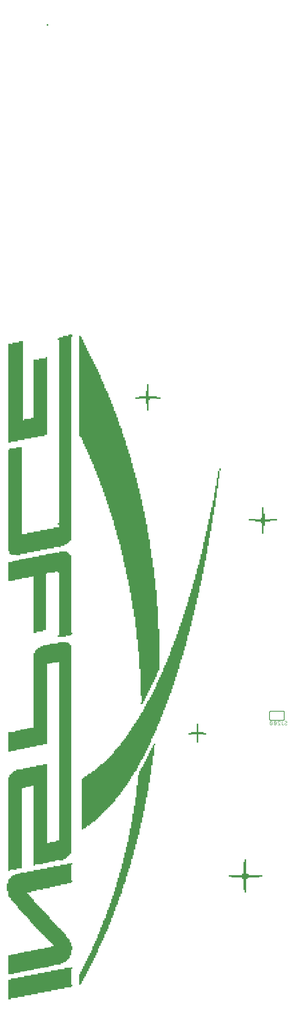
<source format=gbr>
G04 EAGLE Gerber X2 export*
G75*
%MOMM*%
%FSLAX34Y34*%
%LPD*%
%AMOC8*
5,1,8,0,0,1.08239X$1,22.5*%
G01*
%ADD10R,0.300000X1.800000*%
%ADD11R,0.300000X4.500000*%
%ADD12R,0.300000X4.200000*%
%ADD13R,0.300000X3.900000*%
%ADD14R,0.300000X21.000000*%
%ADD15R,0.300000X22.800000*%
%ADD16R,0.300000X22.200000*%
%ADD17R,0.300000X21.300000*%
%ADD18R,0.300000X23.700000*%
%ADD19R,0.300000X5.400000*%
%ADD20R,0.300000X21.600000*%
%ADD21R,0.300000X24.000000*%
%ADD22R,0.300000X21.900000*%
%ADD23R,0.300000X6.000000*%
%ADD24R,0.300000X6.300000*%
%ADD25R,0.300000X6.900000*%
%ADD26R,0.300000X7.200000*%
%ADD27R,0.300000X24.300000*%
%ADD28R,0.300000X7.800000*%
%ADD29R,0.300000X8.100000*%
%ADD30R,0.300000X8.700000*%
%ADD31R,0.300000X9.000000*%
%ADD32R,0.300000X9.300000*%
%ADD33R,0.300000X9.600000*%
%ADD34R,0.300000X9.900000*%
%ADD35R,0.300000X4.800000*%
%ADD36R,0.300000X5.700000*%
%ADD37R,0.300000X17.100000*%
%ADD38R,0.300000X17.400000*%
%ADD39R,0.300000X16.800000*%
%ADD40R,0.300000X5.100000*%
%ADD41R,0.300000X8.400000*%
%ADD42R,0.300000X0.300000*%
%ADD43R,0.300000X48.900000*%
%ADD44R,0.300000X19.200000*%
%ADD45R,0.300000X47.100000*%
%ADD46R,0.300000X7.500000*%
%ADD47R,0.300000X46.800000*%
%ADD48R,0.300000X6.600000*%
%ADD49R,0.300000X48.600000*%
%ADD50R,0.300000X48.300000*%
%ADD51R,0.300000X18.900000*%
%ADD52R,0.300000X48.000000*%
%ADD53R,0.300000X18.600000*%
%ADD54R,0.300000X46.500000*%
%ADD55R,0.300000X47.400000*%
%ADD56R,0.300000X18.300000*%
%ADD57R,0.300000X3.000000*%
%ADD58R,0.300000X18.000000*%
%ADD59R,0.300000X46.200000*%
%ADD60R,0.300000X0.900000*%
%ADD61R,0.300000X0.600000*%
%ADD62R,0.300000X2.400000*%
%ADD63R,0.300000X22.500000*%
%ADD64R,0.300000X2.700000*%
%ADD65R,0.300000X11.400000*%
%ADD66R,0.300000X11.700000*%
%ADD67R,0.300000X23.100000*%
%ADD68R,0.300000X3.300000*%
%ADD69R,0.300000X23.400000*%
%ADD70R,0.300000X3.600000*%
%ADD71R,0.300000X11.100000*%
%ADD72R,0.300000X24.600000*%
%ADD73R,0.300000X24.900000*%
%ADD74R,0.300000X25.200000*%
%ADD75R,0.300000X25.500000*%
%ADD76R,0.300000X25.800000*%
%ADD77R,0.300000X26.100000*%
%ADD78R,0.300000X26.400000*%
%ADD79R,0.300000X26.700000*%
%ADD80R,0.300000X27.300000*%
%ADD81R,0.300000X10.800000*%
%ADD82R,0.300000X27.900000*%
%ADD83R,0.300000X28.500000*%
%ADD84R,0.300000X28.800000*%
%ADD85R,0.300000X29.100000*%
%ADD86R,0.300000X29.700000*%
%ADD87R,0.300000X30.300000*%
%ADD88R,0.300000X30.900000*%
%ADD89R,0.300000X31.500000*%
%ADD90R,0.300000X32.400000*%
%ADD91R,0.300000X10.500000*%
%ADD92R,0.300000X33.600000*%
%ADD93R,0.300000X12.000000*%
%ADD94R,0.300000X35.100000*%
%ADD95R,0.300000X13.500000*%
%ADD96R,0.300000X36.600000*%
%ADD97R,0.300000X12.900000*%
%ADD98R,0.300000X39.300000*%
%ADD99R,0.300000X12.300000*%
%ADD100R,0.300000X44.100000*%
%ADD101R,0.300000X44.400000*%
%ADD102R,0.300000X42.600000*%
%ADD103R,0.300000X40.500000*%
%ADD104R,0.300000X38.400000*%
%ADD105R,0.300000X36.000000*%
%ADD106R,0.300000X10.200000*%
%ADD107R,0.300000X33.900000*%
%ADD108R,0.300000X31.200000*%
%ADD109R,0.300000X19.500000*%
%ADD110R,0.300000X15.000000*%
%ADD111R,0.300000X1.200000*%
%ADD112C,0.152400*%
%ADD113C,0.101600*%
%ADD114R,0.400000X0.400000*%


D10*
X81000Y352500D03*
D11*
X84000Y123000D03*
D12*
X84000Y178500D03*
D13*
X84000Y351000D03*
D14*
X84000Y493500D03*
D11*
X84000Y678000D03*
D12*
X84000Y1060500D03*
D15*
X84000Y1219500D03*
D16*
X84000Y1459500D03*
D11*
X87000Y123000D03*
D12*
X87000Y178500D03*
D11*
X87000Y351000D03*
D17*
X87000Y498000D03*
D11*
X87000Y678000D03*
D12*
X87000Y1060500D03*
D18*
X87000Y1218000D03*
D16*
X87000Y1459500D03*
D11*
X90000Y126000D03*
X90000Y180000D03*
D19*
X90000Y349500D03*
D20*
X90000Y499500D03*
D12*
X90000Y679500D03*
X90000Y1060500D03*
D21*
X90000Y1216500D03*
D22*
X90000Y1461000D03*
D11*
X93000Y126000D03*
X93000Y180000D03*
D23*
X93000Y349500D03*
D22*
X93000Y501000D03*
D12*
X93000Y679500D03*
D11*
X93000Y1062000D03*
D21*
X93000Y1216500D03*
D16*
X93000Y1462500D03*
D11*
X96000Y126000D03*
D12*
X96000Y181500D03*
D24*
X96000Y348000D03*
D16*
X96000Y502500D03*
D12*
X96000Y679500D03*
D11*
X96000Y1062000D03*
D21*
X96000Y1216500D03*
D16*
X96000Y1462500D03*
D11*
X99000Y126000D03*
D12*
X99000Y181500D03*
D25*
X99000Y348000D03*
D16*
X99000Y502500D03*
D11*
X99000Y681000D03*
D12*
X99000Y1063500D03*
D21*
X99000Y1216500D03*
D16*
X99000Y1462500D03*
D11*
X102000Y126000D03*
D12*
X102000Y181500D03*
D26*
X102000Y346500D03*
D16*
X102000Y505500D03*
D12*
X102000Y682500D03*
X102000Y1063500D03*
D27*
X102000Y1218000D03*
D16*
X102000Y1462500D03*
D11*
X105000Y129000D03*
X105000Y183000D03*
D28*
X105000Y343500D03*
D16*
X105000Y505500D03*
D12*
X105000Y682500D03*
X105000Y1063500D03*
D27*
X105000Y1218000D03*
D22*
X105000Y1464000D03*
D11*
X108000Y129000D03*
X108000Y183000D03*
D29*
X108000Y342000D03*
D16*
X108000Y505500D03*
D12*
X108000Y682500D03*
D11*
X108000Y1065000D03*
D27*
X108000Y1218000D03*
D16*
X108000Y1465500D03*
D11*
X111000Y129000D03*
D12*
X111000Y184500D03*
D30*
X111000Y342000D03*
D16*
X111000Y505500D03*
D11*
X111000Y684000D03*
X111000Y1065000D03*
D21*
X111000Y1219500D03*
D16*
X111000Y1465500D03*
D11*
X114000Y129000D03*
D12*
X114000Y184500D03*
D31*
X114000Y340500D03*
D12*
X114000Y595500D03*
D11*
X114000Y684000D03*
D12*
X114000Y1066500D03*
D11*
X114000Y1122000D03*
D16*
X114000Y1465500D03*
D11*
X117000Y129000D03*
D12*
X117000Y184500D03*
D32*
X117000Y339000D03*
D11*
X117000Y597000D03*
X117000Y684000D03*
D12*
X117000Y1066500D03*
D11*
X117000Y1122000D03*
X117000Y1377000D03*
X120000Y132000D03*
X120000Y186000D03*
D33*
X120000Y337500D03*
D11*
X120000Y597000D03*
D12*
X120000Y685500D03*
X120000Y1066500D03*
D11*
X120000Y1122000D03*
X120000Y1380000D03*
X123000Y132000D03*
X123000Y186000D03*
D34*
X123000Y336000D03*
D12*
X123000Y598500D03*
X123000Y685500D03*
D11*
X123000Y1068000D03*
X123000Y1122000D03*
X123000Y1380000D03*
X126000Y132000D03*
D12*
X126000Y187500D03*
D19*
X126000Y310500D03*
D35*
X126000Y364500D03*
D12*
X126000Y598500D03*
D11*
X126000Y687000D03*
X126000Y1068000D03*
X126000Y1125000D03*
X126000Y1380000D03*
X129000Y132000D03*
D12*
X129000Y187500D03*
D19*
X129000Y307500D03*
D35*
X129000Y364500D03*
D12*
X129000Y598500D03*
D11*
X129000Y687000D03*
D12*
X129000Y1069500D03*
D11*
X129000Y1125000D03*
X129000Y1380000D03*
X132000Y132000D03*
D12*
X132000Y187500D03*
D36*
X132000Y303000D03*
D35*
X132000Y364500D03*
D11*
X132000Y600000D03*
D12*
X132000Y688500D03*
X132000Y1069500D03*
D11*
X132000Y1125000D03*
X132000Y1380000D03*
X135000Y135000D03*
X135000Y189000D03*
D36*
X135000Y300000D03*
D11*
X135000Y366000D03*
D12*
X135000Y601500D03*
X135000Y688500D03*
X135000Y1069500D03*
D11*
X135000Y1125000D03*
X135000Y1383000D03*
X138000Y135000D03*
X138000Y189000D03*
D36*
X138000Y297000D03*
D11*
X138000Y366000D03*
D12*
X138000Y601500D03*
X138000Y688500D03*
D11*
X138000Y1071000D03*
X138000Y1125000D03*
X138000Y1383000D03*
X141000Y135000D03*
D12*
X141000Y190500D03*
D19*
X141000Y292500D03*
D35*
X141000Y367500D03*
D16*
X141000Y511500D03*
D14*
X141000Y772500D03*
D37*
X141000Y1008000D03*
D11*
X141000Y1128000D03*
D38*
X141000Y1447500D03*
D11*
X144000Y135000D03*
D12*
X144000Y190500D03*
D19*
X144000Y289500D03*
D35*
X144000Y367500D03*
D22*
X144000Y513000D03*
D20*
X144000Y775500D03*
D37*
X144000Y1008000D03*
D11*
X144000Y1128000D03*
D38*
X144000Y1447500D03*
D11*
X147000Y135000D03*
D12*
X147000Y190500D03*
D19*
X147000Y286500D03*
D11*
X147000Y369000D03*
D16*
X147000Y514500D03*
D20*
X147000Y778500D03*
D39*
X147000Y1009500D03*
D11*
X147000Y1128000D03*
D38*
X147000Y1447500D03*
D11*
X150000Y138000D03*
X150000Y192000D03*
D19*
X150000Y283500D03*
D11*
X150000Y369000D03*
D16*
X150000Y514500D03*
D22*
X150000Y780000D03*
D39*
X150000Y1009500D03*
D11*
X150000Y1128000D03*
D37*
X150000Y1449000D03*
D11*
X153000Y138000D03*
X153000Y192000D03*
D19*
X153000Y280500D03*
D11*
X153000Y369000D03*
D16*
X153000Y514500D03*
D22*
X153000Y780000D03*
D37*
X153000Y1011000D03*
D11*
X153000Y1128000D03*
D38*
X153000Y1450500D03*
D11*
X156000Y138000D03*
D12*
X156000Y193500D03*
D19*
X156000Y277500D03*
D35*
X156000Y370500D03*
D16*
X156000Y514500D03*
X156000Y781500D03*
D37*
X156000Y1011000D03*
D11*
X156000Y1131000D03*
D38*
X156000Y1450500D03*
D11*
X159000Y138000D03*
D12*
X159000Y193500D03*
D19*
X159000Y274500D03*
D35*
X159000Y370500D03*
D16*
X159000Y514500D03*
X159000Y781500D03*
D37*
X159000Y1011000D03*
D11*
X159000Y1131000D03*
D38*
X159000Y1450500D03*
D11*
X162000Y138000D03*
D12*
X162000Y193500D03*
D19*
X162000Y271500D03*
D11*
X162000Y372000D03*
D16*
X162000Y517500D03*
X162000Y784500D03*
D39*
X162000Y1012500D03*
D11*
X162000Y1131000D03*
D38*
X162000Y1450500D03*
D11*
X165000Y141000D03*
X165000Y195000D03*
D19*
X165000Y268500D03*
D11*
X165000Y372000D03*
D16*
X165000Y517500D03*
X165000Y784500D03*
D39*
X165000Y1012500D03*
D11*
X165000Y1131000D03*
D37*
X165000Y1452000D03*
D11*
X168000Y141000D03*
X168000Y195000D03*
D19*
X168000Y265500D03*
D11*
X168000Y372000D03*
D16*
X168000Y517500D03*
X168000Y784500D03*
D11*
X168000Y1077000D03*
X168000Y1131000D03*
D38*
X168000Y1453500D03*
D11*
X171000Y141000D03*
X171000Y195000D03*
D19*
X171000Y262500D03*
D35*
X171000Y373500D03*
D11*
X171000Y429000D03*
D12*
X171000Y874500D03*
X171000Y1078500D03*
D11*
X171000Y1134000D03*
X174000Y141000D03*
D12*
X174000Y196500D03*
D19*
X174000Y259500D03*
D35*
X174000Y373500D03*
D12*
X174000Y430500D03*
X174000Y874500D03*
X174000Y1078500D03*
D11*
X174000Y1134000D03*
X177000Y141000D03*
D12*
X177000Y196500D03*
D40*
X177000Y255000D03*
D11*
X177000Y375000D03*
X177000Y432000D03*
X177000Y876000D03*
D12*
X177000Y1078500D03*
D11*
X177000Y1134000D03*
X180000Y144000D03*
X180000Y198000D03*
D40*
X180000Y252000D03*
D11*
X180000Y375000D03*
X180000Y432000D03*
X180000Y876000D03*
D12*
X180000Y1078500D03*
D11*
X180000Y1134000D03*
X183000Y144000D03*
X183000Y198000D03*
D40*
X183000Y249000D03*
D11*
X183000Y375000D03*
X183000Y432000D03*
D12*
X183000Y877500D03*
D11*
X183000Y1080000D03*
X183000Y1134000D03*
X186000Y144000D03*
D32*
X186000Y225000D03*
D35*
X186000Y376500D03*
D11*
X186000Y432000D03*
D12*
X186000Y877500D03*
D11*
X186000Y1080000D03*
X186000Y1137000D03*
X189000Y144000D03*
D31*
X189000Y223500D03*
D11*
X189000Y378000D03*
D12*
X189000Y433500D03*
X189000Y877500D03*
X189000Y1081500D03*
D11*
X189000Y1137000D03*
X192000Y144000D03*
D30*
X192000Y222000D03*
D11*
X192000Y378000D03*
X192000Y435000D03*
D12*
X192000Y877500D03*
X192000Y1081500D03*
D11*
X192000Y1137000D03*
X195000Y147000D03*
D41*
X195000Y220500D03*
D11*
X195000Y378000D03*
X195000Y435000D03*
X195000Y879000D03*
D42*
X195000Y915000D03*
D11*
X195000Y1080000D03*
X195000Y1137000D03*
D42*
X195000Y1167000D03*
X195000Y1581000D03*
D11*
X198000Y147000D03*
D29*
X198000Y219000D03*
D11*
X198000Y378000D03*
D43*
X198000Y657000D03*
D44*
X198000Y1009500D03*
D45*
X198000Y1350000D03*
D11*
X201000Y147000D03*
D46*
X201000Y219000D03*
D11*
X201000Y381000D03*
D43*
X201000Y657000D03*
D44*
X201000Y1009500D03*
D47*
X201000Y1351500D03*
D11*
X204000Y147000D03*
D26*
X204000Y217500D03*
D11*
X204000Y381000D03*
D43*
X204000Y657000D03*
D44*
X204000Y1009500D03*
D47*
X204000Y1351500D03*
D11*
X207000Y147000D03*
D48*
X207000Y217500D03*
D11*
X207000Y381000D03*
D49*
X207000Y658500D03*
D44*
X207000Y1009500D03*
D45*
X207000Y1353000D03*
D11*
X210000Y150000D03*
D24*
X210000Y216000D03*
D11*
X210000Y381000D03*
D49*
X210000Y658500D03*
D44*
X210000Y1009500D03*
D47*
X210000Y1354500D03*
D11*
X213000Y150000D03*
D19*
X213000Y214500D03*
D11*
X213000Y381000D03*
D50*
X213000Y660000D03*
D51*
X213000Y1011000D03*
D47*
X213000Y1354500D03*
D11*
X216000Y150000D03*
D35*
X216000Y214500D03*
D11*
X216000Y384000D03*
D52*
X216000Y661500D03*
D53*
X216000Y1009500D03*
D54*
X216000Y1356000D03*
D11*
X219000Y150000D03*
D12*
X219000Y214500D03*
D11*
X219000Y384000D03*
D55*
X219000Y661500D03*
D56*
X219000Y1008000D03*
D54*
X219000Y1359000D03*
D11*
X222000Y150000D03*
D57*
X222000Y214500D03*
D11*
X222000Y384000D03*
D47*
X222000Y661500D03*
D58*
X222000Y1006500D03*
D59*
X222000Y1360500D03*
D42*
X225000Y132000D03*
X225000Y171000D03*
D60*
X225000Y216000D03*
D42*
X225000Y366000D03*
X225000Y405000D03*
X225000Y921000D03*
D61*
X225000Y1588500D03*
D62*
X243000Y145500D03*
D63*
X243000Y1476000D03*
D64*
X246000Y150000D03*
D63*
X246000Y1473000D03*
D64*
X249000Y156000D03*
D65*
X249000Y538500D03*
D63*
X249000Y1467000D03*
D64*
X252000Y162000D03*
D65*
X252000Y541500D03*
D15*
X252000Y1459500D03*
D57*
X255000Y166500D03*
D66*
X255000Y543000D03*
D15*
X255000Y1453500D03*
D57*
X258000Y172500D03*
D65*
X258000Y544500D03*
D15*
X258000Y1447500D03*
D57*
X261000Y178500D03*
D65*
X261000Y547500D03*
D15*
X261000Y1441500D03*
D57*
X264000Y184500D03*
D66*
X264000Y549000D03*
D15*
X264000Y1435500D03*
D57*
X267000Y190500D03*
D65*
X267000Y550500D03*
D67*
X267000Y1428000D03*
D57*
X270000Y196500D03*
D65*
X270000Y553500D03*
D67*
X270000Y1422000D03*
D68*
X273000Y204000D03*
D65*
X273000Y556500D03*
D67*
X273000Y1416000D03*
D68*
X276000Y210000D03*
D65*
X276000Y556500D03*
D69*
X276000Y1408500D03*
D68*
X279000Y216000D03*
D65*
X279000Y559500D03*
D69*
X279000Y1402500D03*
D68*
X282000Y222000D03*
D65*
X282000Y562500D03*
D18*
X282000Y1395000D03*
D68*
X285000Y231000D03*
D65*
X285000Y565500D03*
D18*
X285000Y1389000D03*
D68*
X288000Y237000D03*
D65*
X288000Y568500D03*
D21*
X288000Y1381500D03*
D70*
X291000Y244500D03*
D65*
X291000Y571500D03*
D21*
X291000Y1372500D03*
D70*
X294000Y250500D03*
D71*
X294000Y573000D03*
D21*
X294000Y1366500D03*
D13*
X297000Y258000D03*
D71*
X297000Y576000D03*
D27*
X297000Y1359000D03*
D70*
X300000Y265500D03*
D71*
X300000Y579000D03*
D27*
X300000Y1350000D03*
D13*
X303000Y273000D03*
D71*
X303000Y582000D03*
D72*
X303000Y1342500D03*
D12*
X306000Y280500D03*
D71*
X306000Y585000D03*
D73*
X306000Y1335000D03*
D13*
X309000Y288000D03*
D71*
X309000Y588000D03*
D73*
X309000Y1326000D03*
D12*
X312000Y295500D03*
D71*
X312000Y591000D03*
D74*
X312000Y1318500D03*
D12*
X315000Y304500D03*
D71*
X315000Y594000D03*
D74*
X315000Y1309500D03*
D11*
X318000Y312000D03*
D71*
X318000Y597000D03*
D75*
X318000Y1302000D03*
D11*
X321000Y321000D03*
D65*
X321000Y601500D03*
D76*
X321000Y1291500D03*
D11*
X324000Y330000D03*
D71*
X324000Y606000D03*
D77*
X324000Y1284000D03*
D40*
X327000Y339000D03*
D71*
X327000Y609000D03*
D78*
X327000Y1273500D03*
D40*
X330000Y348000D03*
D71*
X330000Y612000D03*
D78*
X330000Y1264500D03*
D19*
X333000Y358500D03*
D71*
X333000Y615000D03*
D79*
X333000Y1254000D03*
D36*
X336000Y366000D03*
D71*
X336000Y621000D03*
D80*
X336000Y1245000D03*
D36*
X339000Y378000D03*
D71*
X339000Y624000D03*
D80*
X339000Y1233000D03*
D23*
X342000Y388500D03*
D81*
X342000Y628500D03*
D82*
X342000Y1221000D03*
D48*
X345000Y397500D03*
D81*
X345000Y631500D03*
D83*
X345000Y1212000D03*
D48*
X348000Y409500D03*
D71*
X348000Y636000D03*
D84*
X348000Y1198500D03*
D25*
X351000Y420000D03*
D81*
X351000Y640500D03*
D85*
X351000Y1188000D03*
D46*
X354000Y432000D03*
D71*
X354000Y645000D03*
D86*
X354000Y1176000D03*
D29*
X357000Y444000D03*
D81*
X357000Y649500D03*
D87*
X357000Y1164000D03*
D41*
X360000Y457500D03*
D81*
X360000Y655500D03*
D88*
X360000Y1149000D03*
D32*
X363000Y471000D03*
D81*
X363000Y658500D03*
D89*
X363000Y1134000D03*
D34*
X366000Y486000D03*
D81*
X366000Y664500D03*
D90*
X366000Y1120500D03*
D91*
X369000Y501000D03*
D81*
X369000Y667500D03*
D92*
X369000Y1102500D03*
D42*
X369000Y1449000D03*
D93*
X372000Y520500D03*
D81*
X372000Y673500D03*
D94*
X372000Y1083000D03*
D42*
X372000Y1449000D03*
D95*
X375000Y537000D03*
D91*
X375000Y678000D03*
D96*
X375000Y1063500D03*
D42*
X375000Y1449000D03*
D97*
X378000Y549000D03*
D91*
X378000Y684000D03*
D98*
X378000Y1038000D03*
D61*
X378000Y1450500D03*
D99*
X381000Y558000D03*
D91*
X381000Y690000D03*
D42*
X381000Y765000D03*
D100*
X381000Y1002000D03*
D61*
X381000Y1450500D03*
D65*
X384000Y565500D03*
D91*
X384000Y693000D03*
D101*
X384000Y985500D03*
D61*
X384000Y1450500D03*
D91*
X387000Y576000D03*
X387000Y699000D03*
D102*
X387000Y982500D03*
D61*
X387000Y1450500D03*
D33*
X390000Y586500D03*
D91*
X390000Y705000D03*
D103*
X390000Y978000D03*
D61*
X390000Y1450500D03*
D30*
X393000Y597000D03*
D91*
X393000Y711000D03*
D104*
X393000Y973500D03*
D57*
X393000Y1450500D03*
D28*
X396000Y607500D03*
D91*
X396000Y717000D03*
D105*
X396000Y967500D03*
D23*
X396000Y1450500D03*
D48*
X399000Y619500D03*
D106*
X399000Y721500D03*
D107*
X399000Y963000D03*
D60*
X399000Y1449000D03*
D19*
X402000Y631500D03*
D106*
X402000Y727500D03*
D108*
X402000Y955500D03*
D61*
X402000Y1450500D03*
D13*
X405000Y645000D03*
D34*
X405000Y735000D03*
D83*
X405000Y948000D03*
D61*
X405000Y1450500D03*
D62*
X408000Y658500D03*
D34*
X408000Y741000D03*
D76*
X408000Y940500D03*
D61*
X408000Y1450500D03*
D42*
X411000Y672000D03*
D34*
X411000Y747000D03*
D15*
X411000Y931500D03*
D61*
X411000Y1450500D03*
D34*
X414000Y753000D03*
D109*
X414000Y921000D03*
D61*
X414000Y1450500D03*
D34*
X417000Y762000D03*
D110*
X417000Y907500D03*
D42*
X417000Y1449000D03*
D34*
X420000Y768000D03*
D32*
X420000Y885000D03*
D42*
X420000Y1449000D03*
D34*
X423000Y774000D03*
D42*
X423000Y1449000D03*
D33*
X426000Y781500D03*
X429000Y787500D03*
X432000Y796500D03*
X435000Y802500D03*
D32*
X438000Y810000D03*
X441000Y819000D03*
D31*
X444000Y826500D03*
D32*
X447000Y834000D03*
X450000Y843000D03*
D31*
X453000Y850500D03*
X456000Y859500D03*
D30*
X459000Y867000D03*
X462000Y876000D03*
X465000Y885000D03*
D41*
X468000Y895500D03*
X471000Y904500D03*
X474000Y913500D03*
D29*
X477000Y924000D03*
X480000Y933000D03*
D28*
X483000Y943500D03*
D46*
X486000Y954000D03*
D42*
X489000Y696000D03*
D28*
X489000Y964500D03*
D42*
X492000Y696000D03*
D46*
X492000Y975000D03*
D61*
X495000Y697500D03*
D26*
X495000Y985500D03*
D61*
X498000Y697500D03*
D26*
X498000Y997500D03*
D61*
X501000Y697500D03*
D25*
X501000Y1008000D03*
D61*
X504000Y697500D03*
D25*
X504000Y1020000D03*
D12*
X507000Y697500D03*
D48*
X507000Y1033500D03*
D61*
X510000Y697500D03*
D24*
X510000Y1044000D03*
D61*
X513000Y697500D03*
D23*
X513000Y1057500D03*
D61*
X516000Y697500D03*
D23*
X516000Y1069500D03*
D61*
X519000Y697500D03*
D36*
X519000Y1083000D03*
D42*
X522000Y696000D03*
D36*
X522000Y1098000D03*
D42*
X525000Y696000D03*
D19*
X525000Y1111500D03*
D40*
X528000Y1125000D03*
D35*
X531000Y1141500D03*
D12*
X534000Y1156500D03*
X537000Y1171500D03*
D70*
X540000Y1186500D03*
D68*
X543000Y1203000D03*
X546000Y1221000D03*
D64*
X549000Y1239000D03*
D62*
X552000Y1258500D03*
D10*
X555000Y1276500D03*
D61*
X558000Y1288500D03*
D42*
X579000Y378000D03*
X582000Y378000D03*
D61*
X585000Y376500D03*
X588000Y376500D03*
X591000Y376500D03*
X594000Y376500D03*
X597000Y376500D03*
X600000Y376500D03*
X603000Y376500D03*
X606000Y376500D03*
D111*
X609000Y376500D03*
D24*
X612000Y378000D03*
D46*
X615000Y378000D03*
D111*
X618000Y376500D03*
D60*
X621000Y378000D03*
D61*
X624000Y376500D03*
D42*
X624000Y1176000D03*
D61*
X627000Y376500D03*
D42*
X627000Y1176000D03*
D61*
X630000Y376500D03*
D42*
X630000Y1176000D03*
D61*
X633000Y376500D03*
D42*
X633000Y1176000D03*
D61*
X636000Y376500D03*
D42*
X636000Y1176000D03*
D61*
X639000Y376500D03*
X639000Y1174500D03*
X642000Y376500D03*
X642000Y1174500D03*
X645000Y376500D03*
X645000Y1174500D03*
D42*
X648000Y378000D03*
D61*
X648000Y1174500D03*
D42*
X651000Y378000D03*
D111*
X651000Y1174500D03*
D23*
X654000Y1174500D03*
D64*
X657000Y1176000D03*
D61*
X660000Y1174500D03*
X663000Y1174500D03*
X666000Y1174500D03*
X669000Y1174500D03*
D42*
X672000Y1176000D03*
X675000Y1176000D03*
X678000Y1176000D03*
X681000Y1176000D03*
X684000Y1176000D03*
D112*
X672030Y747160D02*
X699970Y747160D01*
X702510Y729380D02*
X702508Y729280D01*
X702502Y729181D01*
X702492Y729081D01*
X702479Y728983D01*
X702461Y728884D01*
X702440Y728787D01*
X702415Y728691D01*
X702386Y728595D01*
X702353Y728501D01*
X702317Y728408D01*
X702277Y728317D01*
X702233Y728227D01*
X702186Y728139D01*
X702136Y728053D01*
X702082Y727969D01*
X702025Y727887D01*
X701965Y727808D01*
X701901Y727730D01*
X701835Y727656D01*
X701766Y727584D01*
X701694Y727515D01*
X701620Y727449D01*
X701542Y727385D01*
X701463Y727325D01*
X701381Y727268D01*
X701297Y727214D01*
X701211Y727164D01*
X701123Y727117D01*
X701033Y727073D01*
X700942Y727033D01*
X700849Y726997D01*
X700755Y726964D01*
X700659Y726935D01*
X700563Y726910D01*
X700466Y726889D01*
X700367Y726871D01*
X700269Y726858D01*
X700169Y726848D01*
X700070Y726842D01*
X699970Y726840D01*
X672030Y726840D02*
X671930Y726842D01*
X671831Y726848D01*
X671731Y726858D01*
X671633Y726871D01*
X671534Y726889D01*
X671437Y726910D01*
X671341Y726935D01*
X671245Y726964D01*
X671151Y726997D01*
X671058Y727033D01*
X670967Y727073D01*
X670877Y727117D01*
X670789Y727164D01*
X670703Y727214D01*
X670619Y727268D01*
X670537Y727325D01*
X670458Y727385D01*
X670380Y727449D01*
X670306Y727515D01*
X670234Y727584D01*
X670165Y727656D01*
X670099Y727730D01*
X670035Y727808D01*
X669975Y727887D01*
X669918Y727969D01*
X669864Y728053D01*
X669814Y728139D01*
X669767Y728227D01*
X669723Y728317D01*
X669683Y728408D01*
X669647Y728501D01*
X669614Y728595D01*
X669585Y728691D01*
X669560Y728787D01*
X669539Y728884D01*
X669521Y728983D01*
X669508Y729081D01*
X669498Y729181D01*
X669492Y729280D01*
X669490Y729380D01*
X669490Y744620D02*
X669492Y744720D01*
X669498Y744819D01*
X669508Y744919D01*
X669521Y745017D01*
X669539Y745116D01*
X669560Y745213D01*
X669585Y745309D01*
X669614Y745405D01*
X669647Y745499D01*
X669683Y745592D01*
X669723Y745683D01*
X669767Y745773D01*
X669814Y745861D01*
X669864Y745947D01*
X669918Y746031D01*
X669975Y746113D01*
X670035Y746192D01*
X670099Y746270D01*
X670165Y746344D01*
X670234Y746416D01*
X670306Y746485D01*
X670380Y746551D01*
X670458Y746615D01*
X670537Y746675D01*
X670619Y746732D01*
X670703Y746786D01*
X670789Y746836D01*
X670877Y746883D01*
X670967Y746927D01*
X671058Y746967D01*
X671151Y747003D01*
X671245Y747036D01*
X671341Y747065D01*
X671437Y747090D01*
X671534Y747111D01*
X671633Y747129D01*
X671731Y747142D01*
X671831Y747152D01*
X671930Y747158D01*
X672030Y747160D01*
X699970Y747160D02*
X700070Y747158D01*
X700169Y747152D01*
X700269Y747142D01*
X700367Y747129D01*
X700466Y747111D01*
X700563Y747090D01*
X700659Y747065D01*
X700755Y747036D01*
X700849Y747003D01*
X700942Y746967D01*
X701033Y746927D01*
X701123Y746883D01*
X701211Y746836D01*
X701297Y746786D01*
X701381Y746732D01*
X701463Y746675D01*
X701542Y746615D01*
X701620Y746551D01*
X701694Y746485D01*
X701766Y746416D01*
X701835Y746344D01*
X701901Y746270D01*
X701965Y746192D01*
X702025Y746113D01*
X702082Y746031D01*
X702136Y745947D01*
X702186Y745861D01*
X702233Y745773D01*
X702277Y745683D01*
X702317Y745592D01*
X702353Y745499D01*
X702386Y745405D01*
X702415Y745309D01*
X702440Y745213D01*
X702461Y745116D01*
X702479Y745017D01*
X702492Y744919D01*
X702502Y744819D01*
X702508Y744720D01*
X702510Y744620D01*
X702510Y729380D01*
X669490Y729380D02*
X669490Y744620D01*
X672030Y726840D02*
X699970Y726840D01*
D113*
X702998Y718074D02*
X703000Y717987D01*
X703006Y717900D01*
X703015Y717813D01*
X703028Y717727D01*
X703045Y717642D01*
X703066Y717557D01*
X703090Y717474D01*
X703118Y717391D01*
X703150Y717310D01*
X703185Y717230D01*
X703224Y717152D01*
X703265Y717076D01*
X703311Y717002D01*
X703359Y716929D01*
X703410Y716859D01*
X703465Y716791D01*
X703522Y716726D01*
X703583Y716663D01*
X703646Y716602D01*
X703711Y716545D01*
X703779Y716490D01*
X703849Y716439D01*
X703922Y716391D01*
X703996Y716345D01*
X704072Y716304D01*
X704150Y716265D01*
X704230Y716230D01*
X704311Y716198D01*
X704394Y716170D01*
X704477Y716146D01*
X704562Y716125D01*
X704647Y716108D01*
X704733Y716095D01*
X704820Y716086D01*
X704907Y716080D01*
X704994Y716078D01*
X705122Y716080D01*
X705250Y716086D01*
X705378Y716095D01*
X705505Y716109D01*
X705632Y716127D01*
X705758Y716148D01*
X705884Y716173D01*
X706009Y716202D01*
X706133Y716235D01*
X706255Y716271D01*
X706377Y716311D01*
X706497Y716355D01*
X706616Y716402D01*
X706734Y716454D01*
X706850Y716508D01*
X706964Y716566D01*
X707076Y716628D01*
X707187Y716693D01*
X707295Y716761D01*
X707401Y716832D01*
X707505Y716907D01*
X707607Y716985D01*
X707706Y717066D01*
X707803Y717150D01*
X707897Y717236D01*
X707989Y717326D01*
X707739Y723066D02*
X707737Y723153D01*
X707731Y723240D01*
X707722Y723327D01*
X707709Y723413D01*
X707692Y723498D01*
X707671Y723583D01*
X707647Y723666D01*
X707619Y723749D01*
X707587Y723830D01*
X707552Y723910D01*
X707513Y723988D01*
X707472Y724064D01*
X707426Y724138D01*
X707378Y724211D01*
X707327Y724281D01*
X707272Y724349D01*
X707215Y724414D01*
X707154Y724477D01*
X707091Y724538D01*
X707026Y724595D01*
X706958Y724650D01*
X706888Y724701D01*
X706815Y724749D01*
X706741Y724795D01*
X706665Y724836D01*
X706587Y724875D01*
X706507Y724910D01*
X706426Y724942D01*
X706343Y724970D01*
X706260Y724994D01*
X706175Y725015D01*
X706090Y725032D01*
X706004Y725045D01*
X705917Y725054D01*
X705830Y725060D01*
X705743Y725062D01*
X705623Y725060D01*
X705502Y725054D01*
X705382Y725045D01*
X705263Y725031D01*
X705143Y725014D01*
X705025Y724992D01*
X704907Y724967D01*
X704790Y724939D01*
X704674Y724906D01*
X704559Y724870D01*
X704446Y724830D01*
X704333Y724786D01*
X704223Y724739D01*
X704113Y724689D01*
X704006Y724634D01*
X703900Y724577D01*
X703796Y724516D01*
X703694Y724452D01*
X703595Y724384D01*
X703497Y724313D01*
X706742Y721319D02*
X706816Y721365D01*
X706889Y721414D01*
X706959Y721467D01*
X707027Y721522D01*
X707093Y721580D01*
X707156Y721642D01*
X707216Y721705D01*
X707273Y721772D01*
X707328Y721840D01*
X707379Y721911D01*
X707428Y721985D01*
X707473Y722060D01*
X707515Y722137D01*
X707553Y722216D01*
X707588Y722296D01*
X707620Y722378D01*
X707648Y722461D01*
X707672Y722545D01*
X707693Y722631D01*
X707710Y722717D01*
X707723Y722804D01*
X707732Y722891D01*
X707738Y722978D01*
X707740Y723066D01*
X703995Y719821D02*
X703921Y719775D01*
X703848Y719726D01*
X703778Y719673D01*
X703710Y719618D01*
X703644Y719560D01*
X703581Y719498D01*
X703521Y719435D01*
X703464Y719368D01*
X703409Y719300D01*
X703358Y719229D01*
X703309Y719155D01*
X703264Y719080D01*
X703222Y719003D01*
X703184Y718924D01*
X703149Y718844D01*
X703117Y718762D01*
X703089Y718679D01*
X703065Y718595D01*
X703044Y718509D01*
X703027Y718423D01*
X703014Y718336D01*
X703005Y718249D01*
X702999Y718162D01*
X702997Y718074D01*
X703996Y719821D02*
X706741Y721319D01*
X697256Y718074D02*
X697256Y725062D01*
X697257Y718074D02*
X697259Y717987D01*
X697265Y717900D01*
X697274Y717813D01*
X697287Y717727D01*
X697304Y717642D01*
X697325Y717557D01*
X697349Y717474D01*
X697377Y717391D01*
X697409Y717310D01*
X697444Y717230D01*
X697483Y717152D01*
X697524Y717076D01*
X697570Y717002D01*
X697618Y716929D01*
X697669Y716859D01*
X697724Y716791D01*
X697781Y716726D01*
X697842Y716663D01*
X697905Y716602D01*
X697970Y716545D01*
X698038Y716490D01*
X698108Y716439D01*
X698181Y716391D01*
X698255Y716345D01*
X698331Y716304D01*
X698409Y716265D01*
X698489Y716230D01*
X698570Y716198D01*
X698653Y716170D01*
X698736Y716146D01*
X698821Y716125D01*
X698906Y716108D01*
X698992Y716095D01*
X699079Y716086D01*
X699166Y716080D01*
X699253Y716078D01*
X700251Y716078D01*
X690244Y725062D02*
X690151Y725060D01*
X690059Y725054D01*
X689966Y725045D01*
X689874Y725031D01*
X689783Y725014D01*
X689693Y724993D01*
X689603Y724969D01*
X689515Y724940D01*
X689428Y724908D01*
X689342Y724873D01*
X689258Y724834D01*
X689175Y724791D01*
X689094Y724745D01*
X689016Y724696D01*
X688939Y724644D01*
X688864Y724588D01*
X688792Y724530D01*
X688723Y724468D01*
X688656Y724404D01*
X688592Y724337D01*
X688530Y724268D01*
X688472Y724196D01*
X688416Y724121D01*
X688364Y724044D01*
X688315Y723966D01*
X688269Y723885D01*
X688226Y723802D01*
X688187Y723718D01*
X688152Y723632D01*
X688120Y723545D01*
X688091Y723457D01*
X688067Y723367D01*
X688046Y723277D01*
X688029Y723186D01*
X688015Y723094D01*
X688006Y723001D01*
X688000Y722909D01*
X687998Y722816D01*
X690244Y725062D02*
X690351Y725060D01*
X690457Y725054D01*
X690563Y725044D01*
X690669Y725030D01*
X690775Y725013D01*
X690879Y724991D01*
X690983Y724966D01*
X691085Y724937D01*
X691187Y724904D01*
X691287Y724867D01*
X691386Y724826D01*
X691483Y724782D01*
X691578Y724735D01*
X691672Y724684D01*
X691764Y724629D01*
X691853Y724571D01*
X691941Y724510D01*
X692026Y724446D01*
X692109Y724378D01*
X692189Y724308D01*
X692266Y724235D01*
X692341Y724158D01*
X692413Y724079D01*
X692482Y723998D01*
X692548Y723914D01*
X692610Y723828D01*
X692670Y723739D01*
X692726Y723648D01*
X692778Y723555D01*
X692828Y723461D01*
X692873Y723364D01*
X692915Y723266D01*
X692954Y723167D01*
X692989Y723066D01*
X688747Y721069D02*
X688677Y721138D01*
X688611Y721210D01*
X688547Y721284D01*
X688487Y721361D01*
X688429Y721440D01*
X688375Y721521D01*
X688324Y721604D01*
X688277Y721690D01*
X688233Y721777D01*
X688193Y721866D01*
X688156Y721956D01*
X688123Y722048D01*
X688094Y722142D01*
X688069Y722236D01*
X688047Y722331D01*
X688030Y722427D01*
X688016Y722524D01*
X688006Y722621D01*
X688000Y722718D01*
X687998Y722816D01*
X688747Y721069D02*
X692989Y716078D01*
X687998Y716078D01*
X683990Y720570D02*
X683988Y720747D01*
X683982Y720923D01*
X683971Y721100D01*
X683956Y721276D01*
X683937Y721452D01*
X683914Y721627D01*
X683887Y721802D01*
X683855Y721975D01*
X683820Y722149D01*
X683780Y722321D01*
X683736Y722492D01*
X683688Y722662D01*
X683636Y722831D01*
X683580Y722999D01*
X683520Y723165D01*
X683456Y723330D01*
X683389Y723493D01*
X683317Y723655D01*
X683241Y723814D01*
X683212Y723894D01*
X683179Y723972D01*
X683142Y724048D01*
X683102Y724123D01*
X683059Y724196D01*
X683012Y724267D01*
X682962Y724336D01*
X682909Y724402D01*
X682853Y724466D01*
X682794Y724527D01*
X682733Y724585D01*
X682668Y724640D01*
X682602Y724693D01*
X682533Y724742D01*
X682461Y724788D01*
X682388Y724831D01*
X682313Y724870D01*
X682236Y724906D01*
X682158Y724939D01*
X682078Y724967D01*
X681997Y724992D01*
X681915Y725013D01*
X681832Y725031D01*
X681748Y725044D01*
X681663Y725054D01*
X681579Y725060D01*
X681494Y725062D01*
X681409Y725060D01*
X681325Y725054D01*
X681240Y725044D01*
X681156Y725031D01*
X681073Y725013D01*
X680991Y724992D01*
X680910Y724967D01*
X680830Y724939D01*
X680752Y724906D01*
X680675Y724870D01*
X680600Y724831D01*
X680527Y724788D01*
X680455Y724742D01*
X680386Y724693D01*
X680320Y724640D01*
X680255Y724585D01*
X680194Y724527D01*
X680135Y724466D01*
X680079Y724402D01*
X680026Y724336D01*
X679976Y724267D01*
X679929Y724196D01*
X679886Y724123D01*
X679846Y724048D01*
X679809Y723972D01*
X679776Y723894D01*
X679747Y723814D01*
X679671Y723654D01*
X679599Y723493D01*
X679532Y723330D01*
X679468Y723165D01*
X679408Y722998D01*
X679352Y722831D01*
X679300Y722662D01*
X679252Y722492D01*
X679208Y722321D01*
X679168Y722148D01*
X679133Y721975D01*
X679101Y721801D01*
X679074Y721627D01*
X679051Y721452D01*
X679032Y721276D01*
X679017Y721100D01*
X679006Y720923D01*
X679000Y720747D01*
X678998Y720570D01*
X683989Y720570D02*
X683987Y720393D01*
X683981Y720217D01*
X683970Y720040D01*
X683955Y719864D01*
X683936Y719688D01*
X683913Y719513D01*
X683886Y719338D01*
X683854Y719165D01*
X683819Y718991D01*
X683779Y718819D01*
X683735Y718648D01*
X683687Y718478D01*
X683635Y718309D01*
X683579Y718141D01*
X683519Y717975D01*
X683455Y717810D01*
X683388Y717647D01*
X683316Y717485D01*
X683240Y717326D01*
X683241Y717326D02*
X683212Y717246D01*
X683179Y717168D01*
X683142Y717092D01*
X683102Y717017D01*
X683059Y716944D01*
X683012Y716873D01*
X682962Y716804D01*
X682909Y716738D01*
X682853Y716674D01*
X682794Y716613D01*
X682733Y716555D01*
X682668Y716500D01*
X682602Y716447D01*
X682533Y716398D01*
X682461Y716352D01*
X682388Y716309D01*
X682313Y716270D01*
X682236Y716234D01*
X682158Y716201D01*
X682078Y716173D01*
X681997Y716148D01*
X681915Y716127D01*
X681832Y716109D01*
X681748Y716096D01*
X681663Y716086D01*
X681579Y716080D01*
X681494Y716078D01*
X679747Y717326D02*
X679671Y717485D01*
X679599Y717647D01*
X679532Y717810D01*
X679468Y717975D01*
X679408Y718141D01*
X679352Y718309D01*
X679300Y718478D01*
X679252Y718648D01*
X679208Y718819D01*
X679168Y718991D01*
X679133Y719165D01*
X679101Y719338D01*
X679074Y719513D01*
X679051Y719688D01*
X679032Y719864D01*
X679017Y720040D01*
X679006Y720217D01*
X679000Y720393D01*
X678998Y720570D01*
X679747Y717326D02*
X679776Y717246D01*
X679809Y717168D01*
X679846Y717092D01*
X679886Y717017D01*
X679929Y716944D01*
X679976Y716873D01*
X680026Y716804D01*
X680079Y716738D01*
X680135Y716674D01*
X680194Y716613D01*
X680255Y716555D01*
X680320Y716499D01*
X680386Y716447D01*
X680455Y716398D01*
X680527Y716352D01*
X680600Y716309D01*
X680675Y716270D01*
X680752Y716234D01*
X680830Y716201D01*
X680910Y716173D01*
X680991Y716148D01*
X681073Y716127D01*
X681156Y716109D01*
X681240Y716096D01*
X681325Y716086D01*
X681409Y716080D01*
X681494Y716078D01*
X683490Y718074D02*
X679497Y723066D01*
X674990Y720570D02*
X674988Y720747D01*
X674982Y720923D01*
X674971Y721100D01*
X674956Y721276D01*
X674937Y721452D01*
X674914Y721627D01*
X674887Y721802D01*
X674855Y721975D01*
X674820Y722149D01*
X674780Y722321D01*
X674736Y722492D01*
X674688Y722662D01*
X674636Y722831D01*
X674580Y722999D01*
X674520Y723165D01*
X674456Y723330D01*
X674389Y723493D01*
X674317Y723655D01*
X674241Y723814D01*
X674212Y723894D01*
X674179Y723972D01*
X674142Y724048D01*
X674102Y724123D01*
X674059Y724196D01*
X674012Y724267D01*
X673962Y724336D01*
X673909Y724402D01*
X673853Y724466D01*
X673794Y724527D01*
X673733Y724585D01*
X673668Y724640D01*
X673602Y724693D01*
X673533Y724742D01*
X673461Y724788D01*
X673388Y724831D01*
X673313Y724870D01*
X673236Y724906D01*
X673158Y724939D01*
X673078Y724967D01*
X672997Y724992D01*
X672915Y725013D01*
X672832Y725031D01*
X672748Y725044D01*
X672663Y725054D01*
X672579Y725060D01*
X672494Y725062D01*
X672409Y725060D01*
X672325Y725054D01*
X672240Y725044D01*
X672156Y725031D01*
X672073Y725013D01*
X671991Y724992D01*
X671910Y724967D01*
X671830Y724939D01*
X671752Y724906D01*
X671675Y724870D01*
X671600Y724831D01*
X671527Y724788D01*
X671455Y724742D01*
X671386Y724693D01*
X671320Y724640D01*
X671255Y724585D01*
X671194Y724527D01*
X671135Y724466D01*
X671079Y724402D01*
X671026Y724336D01*
X670976Y724267D01*
X670929Y724196D01*
X670886Y724123D01*
X670846Y724048D01*
X670809Y723972D01*
X670776Y723894D01*
X670747Y723814D01*
X670671Y723654D01*
X670599Y723493D01*
X670532Y723330D01*
X670468Y723165D01*
X670408Y722998D01*
X670352Y722831D01*
X670300Y722662D01*
X670252Y722492D01*
X670208Y722321D01*
X670168Y722148D01*
X670133Y721975D01*
X670101Y721801D01*
X670074Y721627D01*
X670051Y721452D01*
X670032Y721276D01*
X670017Y721100D01*
X670006Y720923D01*
X670000Y720747D01*
X669998Y720570D01*
X674989Y720570D02*
X674987Y720393D01*
X674981Y720217D01*
X674970Y720040D01*
X674955Y719864D01*
X674936Y719688D01*
X674913Y719513D01*
X674886Y719338D01*
X674854Y719165D01*
X674819Y718991D01*
X674779Y718819D01*
X674735Y718648D01*
X674687Y718478D01*
X674635Y718309D01*
X674579Y718141D01*
X674519Y717975D01*
X674455Y717810D01*
X674388Y717647D01*
X674316Y717485D01*
X674240Y717326D01*
X674241Y717326D02*
X674212Y717246D01*
X674179Y717168D01*
X674142Y717092D01*
X674102Y717017D01*
X674059Y716944D01*
X674012Y716873D01*
X673962Y716804D01*
X673909Y716738D01*
X673853Y716674D01*
X673794Y716613D01*
X673733Y716555D01*
X673668Y716500D01*
X673602Y716447D01*
X673533Y716398D01*
X673461Y716352D01*
X673388Y716309D01*
X673313Y716270D01*
X673236Y716234D01*
X673158Y716201D01*
X673078Y716173D01*
X672997Y716148D01*
X672915Y716127D01*
X672832Y716109D01*
X672748Y716096D01*
X672663Y716086D01*
X672579Y716080D01*
X672494Y716078D01*
X670747Y717326D02*
X670671Y717485D01*
X670599Y717647D01*
X670532Y717810D01*
X670468Y717975D01*
X670408Y718141D01*
X670352Y718309D01*
X670300Y718478D01*
X670252Y718648D01*
X670208Y718819D01*
X670168Y718991D01*
X670133Y719165D01*
X670101Y719338D01*
X670074Y719513D01*
X670051Y719688D01*
X670032Y719864D01*
X670017Y720040D01*
X670006Y720217D01*
X670000Y720393D01*
X669998Y720570D01*
X670747Y717326D02*
X670776Y717246D01*
X670809Y717168D01*
X670846Y717092D01*
X670886Y717017D01*
X670929Y716944D01*
X670976Y716873D01*
X671026Y716804D01*
X671079Y716738D01*
X671135Y716674D01*
X671194Y716613D01*
X671255Y716555D01*
X671320Y716499D01*
X671386Y716447D01*
X671455Y716398D01*
X671527Y716352D01*
X671600Y716309D01*
X671675Y716270D01*
X671752Y716234D01*
X671830Y716201D01*
X671910Y716173D01*
X671991Y716148D01*
X672073Y716127D01*
X672156Y716109D01*
X672240Y716096D01*
X672325Y716086D01*
X672409Y716080D01*
X672494Y716078D01*
X674490Y718074D02*
X670497Y723066D01*
D114*
X170500Y2285000D03*
M02*

</source>
